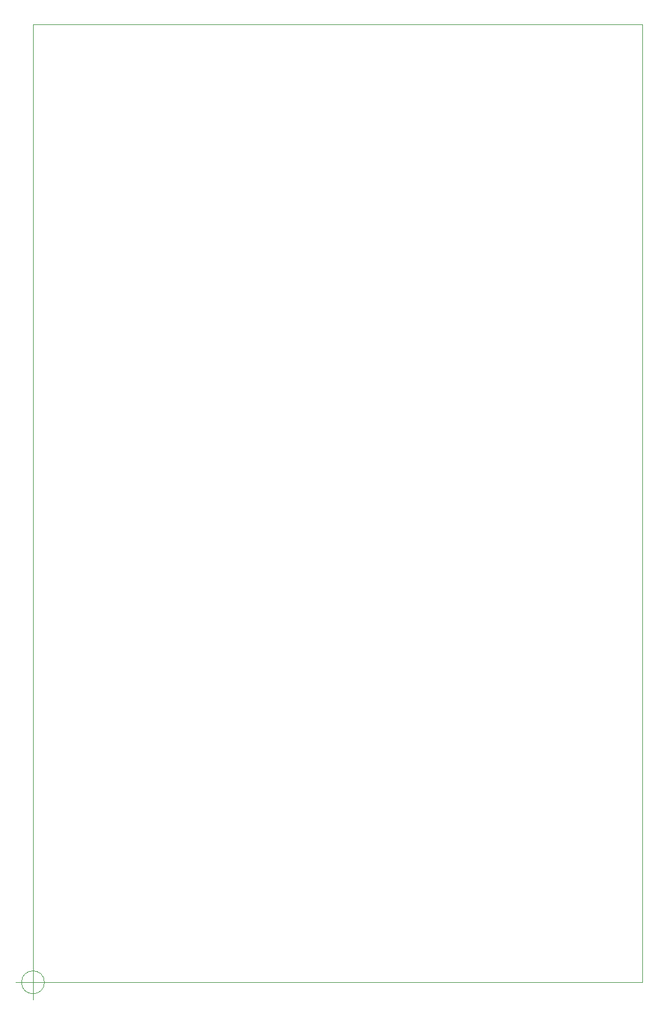
<source format=gbr>
%TF.GenerationSoftware,KiCad,Pcbnew,(5.1.9)-1*%
%TF.CreationDate,2021-10-09T15:43:02-04:00*%
%TF.ProjectId,4wire_sd_breakout,34776972-655f-4736-945f-627265616b6f,rev?*%
%TF.SameCoordinates,Original*%
%TF.FileFunction,Profile,NP*%
%FSLAX46Y46*%
G04 Gerber Fmt 4.6, Leading zero omitted, Abs format (unit mm)*
G04 Created by KiCad (PCBNEW (5.1.9)-1) date 2021-10-09 15:43:02*
%MOMM*%
%LPD*%
G01*
G04 APERTURE LIST*
%TA.AperFunction,Profile*%
%ADD10C,0.050000*%
%TD*%
G04 APERTURE END LIST*
D10*
X39766666Y-177800000D02*
G75*
G03*
X39766666Y-177800000I-1666666J0D01*
G01*
X35600000Y-177800000D02*
X40600000Y-177800000D01*
X38100000Y-175300000D02*
X38100000Y-180300000D01*
X50800000Y-177800000D02*
X38100000Y-177800000D01*
X50800000Y-177800000D02*
X127000000Y-177800000D01*
X38100000Y-38100000D02*
X38100000Y-177800000D01*
X127000000Y-38100000D02*
X38100000Y-38100000D01*
X127000000Y-177800000D02*
X127000000Y-38100000D01*
M02*

</source>
